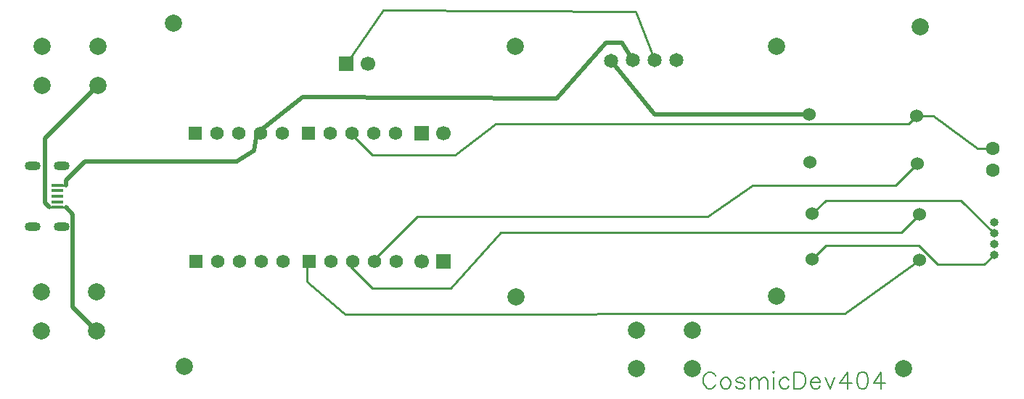
<source format=gtl>
G04 Layer: TopLayer*
G04 EasyEDA v6.5.51, 2026-01-08 14:15:24*
G04 8ef0b08dc1df4c4d9fe98ab44df64a74,135c0aa5003143b9a617c0a099cfb315,10*
G04 Gerber Generator version 0.2*
G04 Scale: 100 percent, Rotated: No, Reflected: No *
G04 Dimensions in millimeters *
G04 leading zeros omitted , absolute positions ,4 integer and 5 decimal *
%FSLAX45Y45*%
%MOMM*%

%ADD10C,0.2032*%
%ADD11C,0.2540*%
%ADD12C,0.5000*%
%ADD13R,1.4000X0.4000*%
%ADD14C,1.5748*%
%ADD15R,1.5748X1.5748*%
%ADD16R,1.7000X1.7000*%
%ADD17C,1.7000*%
%ADD18C,0.0187*%
%ADD19C,2.0000*%
%ADD20O,0.999998X0.999998*%
%ADD21C,1.6500*%
%ADD22C,1.6000*%
%ADD23C,1.5240*%
%ADD24O,1.850009X1.050011*%

%LPD*%
D10*
X7288529Y-222250D02*
G01*
X7279386Y-203707D01*
X7260843Y-185165D01*
X7242556Y-176021D01*
X7205472Y-176021D01*
X7186929Y-185165D01*
X7168641Y-203707D01*
X7159243Y-222250D01*
X7150100Y-249936D01*
X7150100Y-295910D01*
X7159243Y-323850D01*
X7168641Y-342137D01*
X7186929Y-360679D01*
X7205472Y-369823D01*
X7242556Y-369823D01*
X7260843Y-360679D01*
X7279386Y-342137D01*
X7288529Y-323850D01*
X7395718Y-240537D02*
G01*
X7377429Y-249936D01*
X7358888Y-268223D01*
X7349490Y-295910D01*
X7349490Y-314452D01*
X7358888Y-342137D01*
X7377429Y-360679D01*
X7395718Y-369823D01*
X7423404Y-369823D01*
X7441945Y-360679D01*
X7460488Y-342137D01*
X7469631Y-314452D01*
X7469631Y-295910D01*
X7460488Y-268223D01*
X7441945Y-249936D01*
X7423404Y-240537D01*
X7395718Y-240537D01*
X7632191Y-268223D02*
G01*
X7623047Y-249936D01*
X7595361Y-240537D01*
X7567675Y-240537D01*
X7539990Y-249936D01*
X7530591Y-268223D01*
X7539990Y-286765D01*
X7558277Y-295910D01*
X7604506Y-305307D01*
X7623047Y-314452D01*
X7632191Y-332994D01*
X7632191Y-342137D01*
X7623047Y-360679D01*
X7595361Y-369823D01*
X7567675Y-369823D01*
X7539990Y-360679D01*
X7530591Y-342137D01*
X7693152Y-240537D02*
G01*
X7693152Y-369823D01*
X7693152Y-277621D02*
G01*
X7720838Y-249936D01*
X7739379Y-240537D01*
X7767065Y-240537D01*
X7785608Y-249936D01*
X7794752Y-277621D01*
X7794752Y-369823D01*
X7794752Y-277621D02*
G01*
X7822438Y-249936D01*
X7840979Y-240537D01*
X7868665Y-240537D01*
X7887208Y-249936D01*
X7896352Y-277621D01*
X7896352Y-369823D01*
X7957311Y-176021D02*
G01*
X7966709Y-185165D01*
X7975854Y-176021D01*
X7966709Y-166623D01*
X7957311Y-176021D01*
X7966709Y-240537D02*
G01*
X7966709Y-369823D01*
X8147558Y-268223D02*
G01*
X8129270Y-249936D01*
X8110727Y-240537D01*
X8083041Y-240537D01*
X8064500Y-249936D01*
X8045958Y-268223D01*
X8036813Y-295910D01*
X8036813Y-314452D01*
X8045958Y-342137D01*
X8064500Y-360679D01*
X8083041Y-369823D01*
X8110727Y-369823D01*
X8129270Y-360679D01*
X8147558Y-342137D01*
X8208518Y-176021D02*
G01*
X8208518Y-369823D01*
X8208518Y-176021D02*
G01*
X8273288Y-176021D01*
X8300974Y-185165D01*
X8319515Y-203707D01*
X8328659Y-222250D01*
X8337804Y-249936D01*
X8337804Y-295910D01*
X8328659Y-323850D01*
X8319515Y-342137D01*
X8300974Y-360679D01*
X8273288Y-369823D01*
X8208518Y-369823D01*
X8398763Y-295910D02*
G01*
X8509761Y-295910D01*
X8509761Y-277621D01*
X8500363Y-259079D01*
X8491220Y-249936D01*
X8472677Y-240537D01*
X8444991Y-240537D01*
X8426450Y-249936D01*
X8408161Y-268223D01*
X8398763Y-295910D01*
X8398763Y-314452D01*
X8408161Y-342137D01*
X8426450Y-360679D01*
X8444991Y-369823D01*
X8472677Y-369823D01*
X8491220Y-360679D01*
X8509761Y-342137D01*
X8570722Y-240537D02*
G01*
X8626093Y-369823D01*
X8681465Y-240537D02*
G01*
X8626093Y-369823D01*
X8834881Y-176021D02*
G01*
X8742425Y-305307D01*
X8881109Y-305307D01*
X8834881Y-176021D02*
G01*
X8834881Y-369823D01*
X8997441Y-176021D02*
G01*
X8969756Y-185165D01*
X8951213Y-212852D01*
X8942070Y-259079D01*
X8942070Y-286765D01*
X8951213Y-332994D01*
X8969756Y-360679D01*
X8997441Y-369823D01*
X9015729Y-369823D01*
X9043670Y-360679D01*
X9061958Y-332994D01*
X9071356Y-286765D01*
X9071356Y-259079D01*
X9061958Y-212852D01*
X9043670Y-185165D01*
X9015729Y-176021D01*
X8997441Y-176021D01*
X9224518Y-176021D02*
G01*
X9132315Y-305307D01*
X9270745Y-305307D01*
X9224518Y-176021D02*
G01*
X9224518Y-369823D01*
D11*
X2984500Y3429000D02*
G01*
X3416300Y4051300D01*
X6362700Y4038600D01*
X6578600Y3467100D01*
X9829800Y2819400D02*
G01*
X9632010Y2819400D01*
X10528300Y2438400D02*
G01*
X10350500Y2438400D01*
X9829800Y2819400D01*
X9632007Y2819400D02*
G01*
X9540415Y2727807D01*
X4721026Y2727807D01*
X4254500Y2362200D01*
X3289300Y2362200D01*
X3035300Y2616200D01*
D12*
X-287530Y1749605D02*
G01*
X-207088Y1669163D01*
X-207088Y586488D01*
X70990Y308409D01*
X-483461Y1749605D02*
G01*
X-533958Y1800100D01*
X-533958Y2560954D01*
X83690Y3178609D01*
D11*
X-411657Y1749605D02*
G01*
X-483461Y1749605D01*
X-411657Y1749605D02*
G01*
X-385495Y1749605D01*
X-385495Y1749605D02*
G01*
X-287530Y1749605D01*
X-385495Y2009620D02*
G01*
X-287530Y2009620D01*
X8420100Y1143000D02*
G01*
X8581009Y1303909D01*
X9662083Y1303909D01*
X9885121Y1080871D01*
X10425074Y1080871D01*
X10541000Y1196797D01*
X8420100Y1676400D02*
G01*
X8576335Y1832635D01*
X10155174Y1832635D01*
X10541000Y1446809D01*
D12*
X-287020Y2009647D02*
G01*
X-287020Y2064765D01*
X-68326Y2283968D01*
X1701800Y2286000D01*
X1905000Y2413000D01*
X1943100Y2616200D01*
D11*
X4203700Y800100D02*
G01*
X3289300Y800100D01*
X3035300Y1054100D01*
X2527300Y876300D02*
G01*
X2527300Y1054100D01*
X9670034Y1130300D02*
G01*
X8801100Y508000D01*
X2971800Y495300D01*
X2939541Y527557D01*
X2527300Y876300D01*
X3289300Y1117600D02*
G01*
X3810000Y1638300D01*
X7200900Y1638300D01*
X7720992Y2009142D02*
G01*
X9393151Y2009142D01*
X9644707Y2260600D01*
D12*
X8382000Y2832100D02*
G01*
X6578475Y2832100D01*
X5435600Y3022600D02*
G01*
X2476500Y3035300D01*
X1943100Y2616200D01*
X6324600Y3467100D02*
G01*
X6197600Y3670300D01*
X6197600Y3670300D02*
G01*
X6013450Y3670300D01*
X5435600Y3022600D01*
X6578600Y2832160D02*
G01*
X6070600Y3466972D01*
D11*
X7200900Y1638300D02*
G01*
X7720992Y2009142D01*
X9670034Y1663700D02*
G01*
X9458957Y1452623D01*
X4787651Y1452623D01*
X4203700Y800100D01*
D13*
G01*
X-385495Y2009597D03*
G01*
X-385495Y1944598D03*
G01*
X-385495Y1879600D03*
G01*
X-385495Y1814601D03*
G01*
X-385495Y1749602D03*
D14*
G01*
X3556000Y2616200D03*
G01*
X3302000Y2616200D03*
G01*
X3048000Y2616200D03*
G01*
X2794000Y2616200D03*
D15*
G01*
X2540000Y2616200D03*
D14*
G01*
X2235200Y2616200D03*
G01*
X1981200Y2616200D03*
G01*
X1727200Y2616200D03*
G01*
X1473200Y2616200D03*
D15*
G01*
X1219200Y2616200D03*
D14*
G01*
X2247900Y1117600D03*
G01*
X1993900Y1117600D03*
G01*
X1739900Y1117600D03*
G01*
X1485900Y1117600D03*
D15*
G01*
X1231900Y1117600D03*
D14*
G01*
X3568700Y1117600D03*
G01*
X3314700Y1117600D03*
G01*
X3060700Y1117600D03*
G01*
X2806700Y1117600D03*
D15*
G01*
X2552700Y1117600D03*
D16*
G01*
X4114800Y1117600D03*
D17*
G01*
X3860800Y1117600D03*
D16*
G01*
X3860800Y2616200D03*
D17*
G01*
X4114800Y2616200D03*
D16*
G01*
X2984500Y3429000D03*
D17*
G01*
X3238500Y3429000D03*
D19*
G01*
X-566293Y3178606D03*
G01*
X83693Y3178606D03*
G01*
X83693Y3628593D03*
G01*
X-566293Y3628593D03*
G01*
X-578993Y308406D03*
G01*
X70993Y308406D03*
G01*
X70993Y758393D03*
G01*
X-578993Y758393D03*
G01*
X6367906Y-136093D03*
G01*
X7017893Y-136093D03*
G01*
X7017893Y313893D03*
G01*
X6367906Y313893D03*
D20*
G01*
X10541000Y1571802D03*
G01*
X10541000Y1446809D03*
G01*
X10541000Y1196797D03*
G01*
X10541000Y1321790D03*
D21*
G01*
X6832600Y3467227D03*
G01*
X6578600Y3467227D03*
G01*
X6324600Y3467227D03*
G01*
X6070600Y3466972D03*
D22*
G01*
X10528300Y2438400D03*
G01*
X10528300Y2184400D03*
D23*
G01*
X8382000Y2832100D03*
G01*
X9632010Y2819400D03*
G01*
X8394700Y2273300D03*
G01*
X9644710Y2260600D03*
G01*
X8420100Y1676400D03*
G01*
X9670110Y1663700D03*
G01*
X8420100Y1143000D03*
G01*
X9670110Y1130300D03*
D19*
G01*
X9677400Y3860800D03*
G01*
X1092200Y-114300D03*
G01*
X965200Y3898900D03*
G01*
X9486900Y-139700D03*
G01*
X4953000Y3632200D03*
G01*
X8001000Y3632200D03*
G01*
X4965700Y698500D03*
G01*
X8001000Y711200D03*
D24*
G01*
X-680491Y2237079D03*
G01*
X-335508Y1522095D03*
G01*
X-675512Y1522095D03*
G01*
X-335508Y2237079D03*
M02*

</source>
